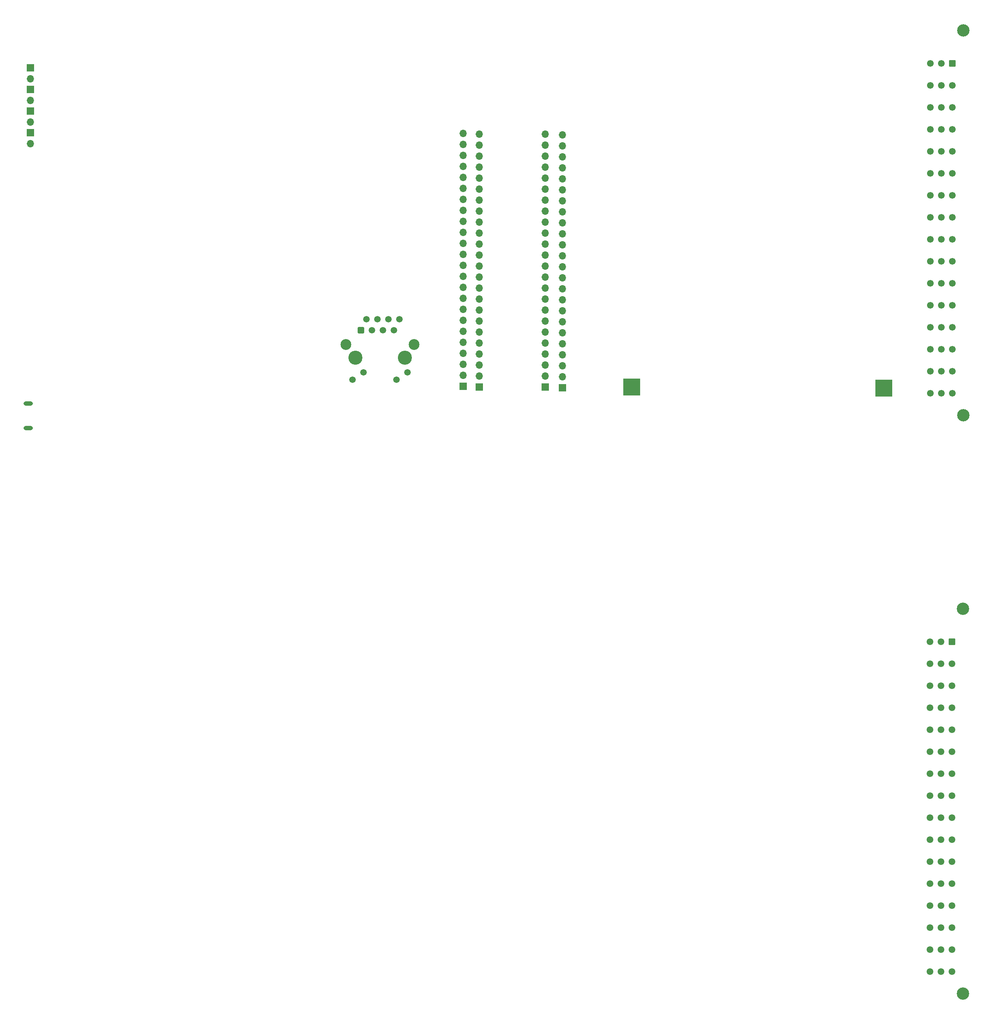
<source format=gbr>
%TF.GenerationSoftware,KiCad,Pcbnew,8.0.4-8.0.4-0~ubuntu24.04.1*%
%TF.CreationDate,2024-08-16T04:23:47+00:00*%
%TF.ProjectId,MDCL,4d44434c-2e6b-4696-9361-645f70636258,0.2*%
%TF.SameCoordinates,Original*%
%TF.FileFunction,Soldermask,Bot*%
%TF.FilePolarity,Negative*%
%FSLAX46Y46*%
G04 Gerber Fmt 4.6, Leading zero omitted, Abs format (unit mm)*
G04 Created by KiCad (PCBNEW 8.0.4-8.0.4-0~ubuntu24.04.1) date 2024-08-16 04:23:47*
%MOMM*%
%LPD*%
G01*
G04 APERTURE LIST*
G04 Aperture macros list*
%AMRoundRect*
0 Rectangle with rounded corners*
0 $1 Rounding radius*
0 $2 $3 $4 $5 $6 $7 $8 $9 X,Y pos of 4 corners*
0 Add a 4 corners polygon primitive as box body*
4,1,4,$2,$3,$4,$5,$6,$7,$8,$9,$2,$3,0*
0 Add four circle primitives for the rounded corners*
1,1,$1+$1,$2,$3*
1,1,$1+$1,$4,$5*
1,1,$1+$1,$6,$7*
1,1,$1+$1,$8,$9*
0 Add four rect primitives between the rounded corners*
20,1,$1+$1,$2,$3,$4,$5,0*
20,1,$1+$1,$4,$5,$6,$7,0*
20,1,$1+$1,$6,$7,$8,$9,0*
20,1,$1+$1,$8,$9,$2,$3,0*%
G04 Aperture macros list end*
%ADD10O,2.150000X1.040000*%
%ADD11R,1.700000X1.700000*%
%ADD12O,1.700000X1.700000*%
%ADD13R,4.000000X4.000000*%
%ADD14C,2.850000*%
%ADD15C,1.550000*%
%ADD16RoundRect,0.249999X-0.525001X0.525001X-0.525001X-0.525001X0.525001X-0.525001X0.525001X0.525001X0*%
%ADD17C,3.250000*%
%ADD18RoundRect,0.250500X-0.499500X-0.499500X0.499500X-0.499500X0.499500X0.499500X-0.499500X0.499500X0*%
%ADD19C,1.500000*%
%ADD20C,2.500000*%
G04 APERTURE END LIST*
D10*
%TO.C,J4*%
X53050000Y-111075000D03*
X53050000Y-116725000D03*
%TD*%
D11*
%TO.C,J13*%
X153500000Y-107100000D03*
D12*
X153500000Y-104560000D03*
X153500000Y-102020000D03*
X153500000Y-99480000D03*
X153500000Y-96940000D03*
X153500000Y-94400000D03*
X153500000Y-91860000D03*
X153500000Y-89320000D03*
X153500000Y-86780000D03*
X153500000Y-84240000D03*
X153500000Y-81700000D03*
X153500000Y-79160000D03*
X153500000Y-76620000D03*
X153500000Y-74080000D03*
X153500000Y-71540000D03*
X153500000Y-69000000D03*
X153500000Y-66460000D03*
X153500000Y-63920000D03*
X153500000Y-61380000D03*
X153500000Y-58840000D03*
X153500000Y-56300000D03*
X153500000Y-53760000D03*
X153500000Y-51220000D03*
X153500000Y-48680000D03*
%TD*%
D11*
%TO.C,D4*%
X53525000Y-38480000D03*
D12*
X53525000Y-41020000D03*
%TD*%
D11*
%TO.C,J8*%
X172500000Y-107250000D03*
D12*
X172500000Y-104710000D03*
X172500000Y-102170000D03*
X172500000Y-99630000D03*
X172500000Y-97090000D03*
X172500000Y-94550000D03*
X172500000Y-92010000D03*
X172500000Y-89470000D03*
X172500000Y-86930000D03*
X172500000Y-84390000D03*
X172500000Y-81850000D03*
X172500000Y-79310000D03*
X172500000Y-76770000D03*
X172500000Y-74230000D03*
X172500000Y-71690000D03*
X172500000Y-69150000D03*
X172500000Y-66610000D03*
X172500000Y-64070000D03*
X172500000Y-61530000D03*
X172500000Y-58990000D03*
X172500000Y-56450000D03*
X172500000Y-53910000D03*
X172500000Y-51370000D03*
X172500000Y-48830000D03*
%TD*%
D11*
%TO.C,J9*%
X157250000Y-107230000D03*
D12*
X157250000Y-104690000D03*
X157250000Y-102150000D03*
X157250000Y-99610000D03*
X157250000Y-97070000D03*
X157250000Y-94530000D03*
X157250000Y-91990000D03*
X157250000Y-89450000D03*
X157250000Y-86910000D03*
X157250000Y-84370000D03*
X157250000Y-81830000D03*
X157250000Y-79290000D03*
X157250000Y-76750000D03*
X157250000Y-74210000D03*
X157250000Y-71670000D03*
X157250000Y-69130000D03*
X157250000Y-66590000D03*
X157250000Y-64050000D03*
X157250000Y-61510000D03*
X157250000Y-58970000D03*
X157250000Y-56430000D03*
X157250000Y-53890000D03*
X157250000Y-51350000D03*
X157250000Y-48810000D03*
%TD*%
D11*
%TO.C,J12*%
X176500000Y-107380000D03*
D12*
X176500000Y-104840000D03*
X176500000Y-102300000D03*
X176500000Y-99760000D03*
X176500000Y-97220000D03*
X176500000Y-94680000D03*
X176500000Y-92140000D03*
X176500000Y-89600000D03*
X176500000Y-87060000D03*
X176500000Y-84520000D03*
X176500000Y-81980000D03*
X176500000Y-79440000D03*
X176500000Y-76900000D03*
X176500000Y-74360000D03*
X176500000Y-71820000D03*
X176500000Y-69280000D03*
X176500000Y-66740000D03*
X176500000Y-64200000D03*
X176500000Y-61660000D03*
X176500000Y-59120000D03*
X176500000Y-56580000D03*
X176500000Y-54040000D03*
X176500000Y-51500000D03*
X176500000Y-48960000D03*
%TD*%
D11*
%TO.C,D2*%
X53525000Y-33480000D03*
D12*
X53525000Y-36020000D03*
%TD*%
D13*
%TO.C,TP1*%
X192500000Y-107250000D03*
%TD*%
D14*
%TO.C,J1*%
X269079999Y-24880000D03*
X269079999Y-113780000D03*
D15*
X263999999Y-32500000D03*
X263999999Y-37580000D03*
X263999999Y-42660000D03*
X263999999Y-47740000D03*
X263999999Y-52820000D03*
X263999999Y-57900000D03*
X263999999Y-62980000D03*
X263999999Y-68060000D03*
X263999999Y-73140000D03*
X263999999Y-78220000D03*
X263999999Y-83300000D03*
X263999999Y-88380000D03*
X263999999Y-93460000D03*
X263999999Y-98540000D03*
X263999999Y-103620000D03*
X263999999Y-108700000D03*
X261459999Y-32500000D03*
X261459999Y-37580000D03*
X261459999Y-42660000D03*
X261459999Y-47740000D03*
X261459999Y-52820000D03*
X261459999Y-57900000D03*
X261459999Y-62980000D03*
X261459999Y-68060000D03*
X261459999Y-73140000D03*
X261459999Y-78220000D03*
X261459999Y-83300000D03*
X261459999Y-88380000D03*
X261459999Y-93460000D03*
X261459999Y-98540000D03*
X261459999Y-103620000D03*
X261459999Y-108700000D03*
D16*
X266539999Y-32500000D03*
D15*
X266539999Y-37580000D03*
X266539999Y-42660000D03*
X266539999Y-47740000D03*
X266539999Y-52820000D03*
X266539999Y-57900000D03*
X266539999Y-62980000D03*
X266539999Y-68060000D03*
X266539999Y-73140000D03*
X266539999Y-78220000D03*
X266539999Y-83300000D03*
X266539999Y-88380000D03*
X266539999Y-93460000D03*
X266539999Y-98540000D03*
X266539999Y-103620000D03*
X266539999Y-108700000D03*
%TD*%
D14*
%TO.C,J2*%
X269040000Y-158420000D03*
X269040000Y-247320000D03*
D15*
X263960000Y-166040000D03*
X263960000Y-171120000D03*
X263960000Y-176200000D03*
X263960000Y-181280000D03*
X263960000Y-186360000D03*
X263960000Y-191440000D03*
X263960000Y-196520000D03*
X263960000Y-201600000D03*
X263960000Y-206680000D03*
X263960000Y-211760000D03*
X263960000Y-216840000D03*
X263960000Y-221920000D03*
X263960000Y-227000000D03*
X263960000Y-232080000D03*
X263960000Y-237160000D03*
X263960000Y-242240000D03*
X261420000Y-166040000D03*
X261420000Y-171120000D03*
X261420000Y-176200000D03*
X261420000Y-181280000D03*
X261420000Y-186360000D03*
X261420000Y-191440000D03*
X261420000Y-196520000D03*
X261420000Y-201600000D03*
X261420000Y-206680000D03*
X261420000Y-211760000D03*
X261420000Y-216840000D03*
X261420000Y-221920000D03*
X261420000Y-227000000D03*
X261420000Y-232080000D03*
X261420000Y-237160000D03*
X261420000Y-242240000D03*
D16*
X266500000Y-166040000D03*
D15*
X266500000Y-171120000D03*
X266500000Y-176200000D03*
X266500000Y-181280000D03*
X266500000Y-186360000D03*
X266500000Y-191440000D03*
X266500000Y-196520000D03*
X266500000Y-201600000D03*
X266500000Y-206680000D03*
X266500000Y-211760000D03*
X266500000Y-216840000D03*
X266500000Y-221920000D03*
X266500000Y-227000000D03*
X266500000Y-232080000D03*
X266500000Y-237160000D03*
X266500000Y-242240000D03*
%TD*%
D13*
%TO.C,TP2*%
X250750000Y-107500000D03*
%TD*%
D11*
%TO.C,D5*%
X53525000Y-43480000D03*
D12*
X53525000Y-46020000D03*
%TD*%
D11*
%TO.C,D6*%
X53525000Y-48480000D03*
D12*
X53525000Y-51020000D03*
%TD*%
D17*
%TO.C,J3*%
X128610000Y-100420000D03*
X140040000Y-100420000D03*
D18*
X129880000Y-94070000D03*
D19*
X131150000Y-91530000D03*
X132420000Y-94070000D03*
X133690000Y-91530000D03*
X134960000Y-94070000D03*
X136230000Y-91530000D03*
X137500000Y-94070000D03*
X138770000Y-91530000D03*
X128000000Y-105500000D03*
X130540000Y-103800000D03*
X138110000Y-105500000D03*
X140650000Y-103800000D03*
D20*
X126450000Y-97370000D03*
X142200000Y-97370000D03*
%TD*%
M02*

</source>
